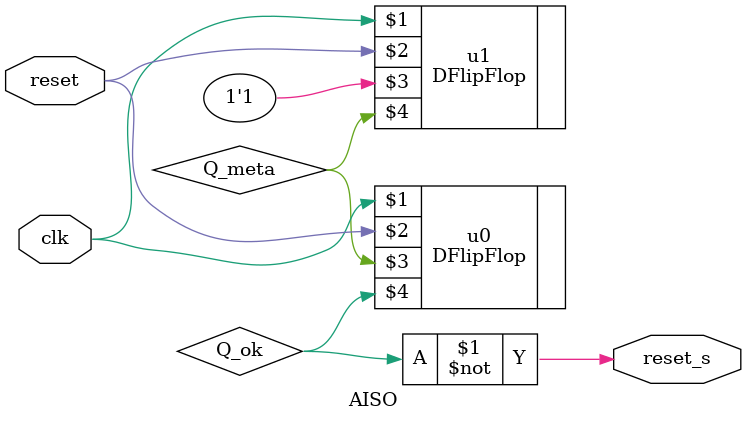
<source format=v>
`timescale 1ns / 1ps

module AISO(clk, reset, reset_s);

	input  clk, reset;
	output reset_s;
	
	wire   Q_meta;
	wire   Q_ok;
	wire   reset_s;
	
	assign reset_s = ~Q_ok;
  
					// clk, reset,   D,     Q
	DFlipFlop u1 ( clk, reset, 1'b1, Q_meta );
	
					// clk, reset,   D,     Q
	DFlipFlop u0 ( clk, reset, Q_meta, Q_ok );
	
endmodule

</source>
